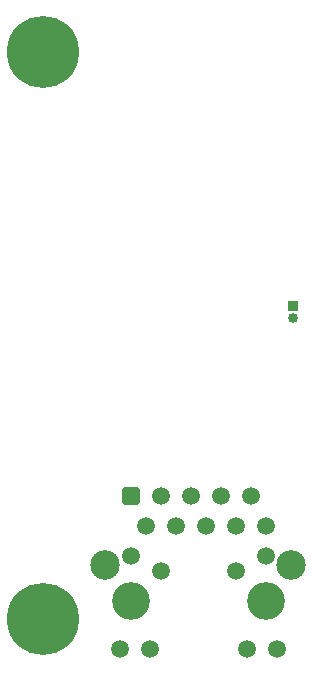
<source format=gbr>
G04 #@! TF.GenerationSoftware,KiCad,Pcbnew,(5.99.0-10539-g7356f9568d)*
G04 #@! TF.CreationDate,2021-06-02T15:47:54+01:00*
G04 #@! TF.ProjectId,CM4IOv5,434d3449-4f76-4352-9e6b-696361645f70,rev?*
G04 #@! TF.SameCoordinates,Original*
G04 #@! TF.FileFunction,Soldermask,Bot*
G04 #@! TF.FilePolarity,Negative*
%FSLAX46Y46*%
G04 Gerber Fmt 4.6, Leading zero omitted, Abs format (unit mm)*
G04 Created by KiCad (PCBNEW (5.99.0-10539-g7356f9568d)) date 2021-06-02 15:47:54*
%MOMM*%
%LPD*%
G01*
G04 APERTURE LIST*
G04 Aperture macros list*
%AMRoundRect*
0 Rectangle with rounded corners*
0 $1 Rounding radius*
0 $2 $3 $4 $5 $6 $7 $8 $9 X,Y pos of 4 corners*
0 Add a 4 corners polygon primitive as box body*
4,1,4,$2,$3,$4,$5,$6,$7,$8,$9,$2,$3,0*
0 Add four circle primitives for the rounded corners*
1,1,$1+$1,$2,$3*
1,1,$1+$1,$4,$5*
1,1,$1+$1,$6,$7*
1,1,$1+$1,$8,$9*
0 Add four rect primitives between the rounded corners*
20,1,$1+$1,$2,$3,$4,$5,0*
20,1,$1+$1,$4,$5,$6,$7,0*
20,1,$1+$1,$6,$7,$8,$9,0*
20,1,$1+$1,$8,$9,$2,$3,0*%
G04 Aperture macros list end*
%ADD10C,6.100000*%
%ADD11R,0.850000X0.850000*%
%ADD12O,0.850000X0.850000*%
%ADD13C,3.200000*%
%ADD14RoundRect,0.250500X-0.499500X-0.499500X0.499500X-0.499500X0.499500X0.499500X-0.499500X0.499500X0*%
%ADD15C,1.500000*%
%ADD16C,2.500000*%
G04 APERTURE END LIST*
D10*
X103100000Y-126900000D03*
X103100000Y-78900000D03*
D11*
X124200000Y-100400000D03*
D12*
X124200000Y-101400000D03*
D13*
X110485000Y-125387500D03*
X121915000Y-125387500D03*
D14*
X110485000Y-116497500D03*
D15*
X111755000Y-119037500D03*
X113025000Y-116497500D03*
X114295000Y-119037500D03*
X115565000Y-116497500D03*
X116835000Y-119037500D03*
X118105000Y-116497500D03*
X119375000Y-119037500D03*
X120645000Y-116497500D03*
X121915000Y-119037500D03*
X110485000Y-121557500D03*
X113025000Y-122827500D03*
X119375000Y-122827500D03*
X121915000Y-121557500D03*
X109570000Y-129447500D03*
X112110000Y-129447500D03*
X120290000Y-129447500D03*
X122830000Y-129447500D03*
D16*
X108325000Y-122337500D03*
X124075000Y-122337500D03*
M02*

</source>
